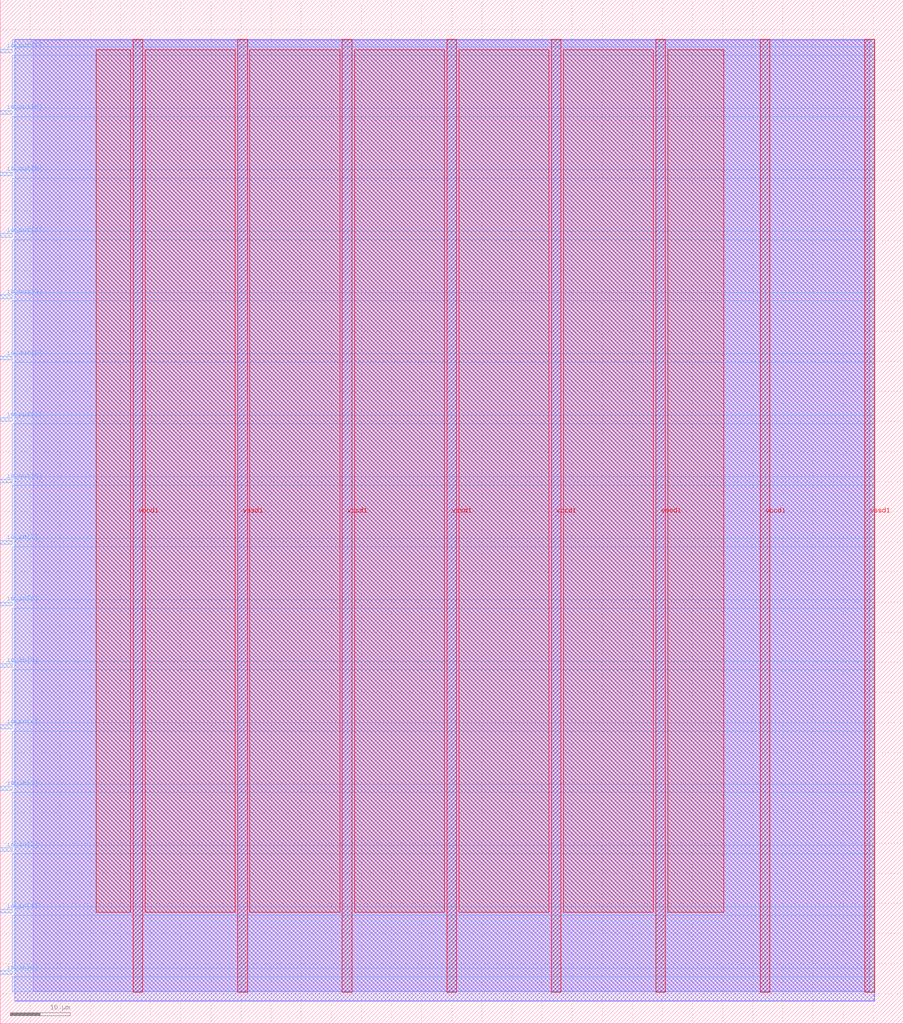
<source format=lef>
VERSION 5.7 ;
  NOWIREEXTENSIONATPIN ON ;
  DIVIDERCHAR "/" ;
  BUSBITCHARS "[]" ;
MACRO prog_melody_gen
  CLASS BLOCK ;
  FOREIGN prog_melody_gen ;
  ORIGIN 0.000 0.000 ;
  SIZE 150.000 BY 170.000 ;
  PIN io_in[0]
    DIRECTION INPUT ;
    USE SIGNAL ;
    PORT
      LAYER met3 ;
        RECT 0.000 8.200 2.000 8.800 ;
    END
  END io_in[0]
  PIN io_in[1]
    DIRECTION INPUT ;
    USE SIGNAL ;
    PORT
      LAYER met3 ;
        RECT 0.000 18.400 2.000 19.000 ;
    END
  END io_in[1]
  PIN io_in[2]
    DIRECTION INPUT ;
    USE SIGNAL ;
    PORT
      LAYER met3 ;
        RECT 0.000 28.600 2.000 29.200 ;
    END
  END io_in[2]
  PIN io_in[3]
    DIRECTION INPUT ;
    USE SIGNAL ;
    PORT
      LAYER met3 ;
        RECT 0.000 38.800 2.000 39.400 ;
    END
  END io_in[3]
  PIN io_in[4]
    DIRECTION INPUT ;
    USE SIGNAL ;
    PORT
      LAYER met3 ;
        RECT 0.000 49.000 2.000 49.600 ;
    END
  END io_in[4]
  PIN io_in[5]
    DIRECTION INPUT ;
    USE SIGNAL ;
    PORT
      LAYER met3 ;
        RECT 0.000 59.200 2.000 59.800 ;
    END
  END io_in[5]
  PIN io_in[6]
    DIRECTION INPUT ;
    USE SIGNAL ;
    PORT
      LAYER met3 ;
        RECT 0.000 69.400 2.000 70.000 ;
    END
  END io_in[6]
  PIN io_in[7]
    DIRECTION INPUT ;
    USE SIGNAL ;
    PORT
      LAYER met3 ;
        RECT 0.000 79.600 2.000 80.200 ;
    END
  END io_in[7]
  PIN io_out[0]
    DIRECTION OUTPUT TRISTATE ;
    USE SIGNAL ;
    PORT
      LAYER met3 ;
        RECT 0.000 89.800 2.000 90.400 ;
    END
  END io_out[0]
  PIN io_out[1]
    DIRECTION OUTPUT TRISTATE ;
    USE SIGNAL ;
    PORT
      LAYER met3 ;
        RECT 0.000 100.000 2.000 100.600 ;
    END
  END io_out[1]
  PIN io_out[2]
    DIRECTION OUTPUT TRISTATE ;
    USE SIGNAL ;
    PORT
      LAYER met3 ;
        RECT 0.000 110.200 2.000 110.800 ;
    END
  END io_out[2]
  PIN io_out[3]
    DIRECTION OUTPUT TRISTATE ;
    USE SIGNAL ;
    PORT
      LAYER met3 ;
        RECT 0.000 120.400 2.000 121.000 ;
    END
  END io_out[3]
  PIN io_out[4]
    DIRECTION OUTPUT TRISTATE ;
    USE SIGNAL ;
    PORT
      LAYER met3 ;
        RECT 0.000 130.600 2.000 131.200 ;
    END
  END io_out[4]
  PIN io_out[5]
    DIRECTION OUTPUT TRISTATE ;
    USE SIGNAL ;
    PORT
      LAYER met3 ;
        RECT 0.000 140.800 2.000 141.400 ;
    END
  END io_out[5]
  PIN io_out[6]
    DIRECTION OUTPUT TRISTATE ;
    USE SIGNAL ;
    PORT
      LAYER met3 ;
        RECT 0.000 151.000 2.000 151.600 ;
    END
  END io_out[6]
  PIN io_out[7]
    DIRECTION OUTPUT TRISTATE ;
    USE SIGNAL ;
    PORT
      LAYER met3 ;
        RECT 0.000 161.200 2.000 161.800 ;
    END
  END io_out[7]
  PIN vccd1
    DIRECTION INOUT ;
    USE POWER ;
    PORT
      LAYER met4 ;
        RECT 22.085 5.200 23.685 163.440 ;
    END
    PORT
      LAYER met4 ;
        RECT 56.815 5.200 58.415 163.440 ;
    END
    PORT
      LAYER met4 ;
        RECT 91.545 5.200 93.145 163.440 ;
    END
    PORT
      LAYER met4 ;
        RECT 126.275 5.200 127.875 163.440 ;
    END
  END vccd1
  PIN vssd1
    DIRECTION INOUT ;
    USE GROUND ;
    PORT
      LAYER met4 ;
        RECT 39.450 5.200 41.050 163.440 ;
    END
    PORT
      LAYER met4 ;
        RECT 74.180 5.200 75.780 163.440 ;
    END
    PORT
      LAYER met4 ;
        RECT 108.910 5.200 110.510 163.440 ;
    END
    PORT
      LAYER met4 ;
        RECT 143.640 5.200 145.240 163.440 ;
    END
  END vssd1
  OBS
      LAYER li1 ;
        RECT 5.520 5.355 144.440 163.285 ;
      LAYER met1 ;
        RECT 2.370 3.780 145.240 163.440 ;
      LAYER met2 ;
        RECT 2.390 3.750 145.210 163.385 ;
      LAYER met3 ;
        RECT 2.000 162.200 145.230 163.365 ;
        RECT 2.400 160.800 145.230 162.200 ;
        RECT 2.000 152.000 145.230 160.800 ;
        RECT 2.400 150.600 145.230 152.000 ;
        RECT 2.000 141.800 145.230 150.600 ;
        RECT 2.400 140.400 145.230 141.800 ;
        RECT 2.000 131.600 145.230 140.400 ;
        RECT 2.400 130.200 145.230 131.600 ;
        RECT 2.000 121.400 145.230 130.200 ;
        RECT 2.400 120.000 145.230 121.400 ;
        RECT 2.000 111.200 145.230 120.000 ;
        RECT 2.400 109.800 145.230 111.200 ;
        RECT 2.000 101.000 145.230 109.800 ;
        RECT 2.400 99.600 145.230 101.000 ;
        RECT 2.000 90.800 145.230 99.600 ;
        RECT 2.400 89.400 145.230 90.800 ;
        RECT 2.000 80.600 145.230 89.400 ;
        RECT 2.400 79.200 145.230 80.600 ;
        RECT 2.000 70.400 145.230 79.200 ;
        RECT 2.400 69.000 145.230 70.400 ;
        RECT 2.000 60.200 145.230 69.000 ;
        RECT 2.400 58.800 145.230 60.200 ;
        RECT 2.000 50.000 145.230 58.800 ;
        RECT 2.400 48.600 145.230 50.000 ;
        RECT 2.000 39.800 145.230 48.600 ;
        RECT 2.400 38.400 145.230 39.800 ;
        RECT 2.000 29.600 145.230 38.400 ;
        RECT 2.400 28.200 145.230 29.600 ;
        RECT 2.000 19.400 145.230 28.200 ;
        RECT 2.400 18.000 145.230 19.400 ;
        RECT 2.000 9.200 145.230 18.000 ;
        RECT 2.400 7.800 145.230 9.200 ;
        RECT 2.000 5.275 145.230 7.800 ;
      LAYER met4 ;
        RECT 15.935 18.535 21.685 161.665 ;
        RECT 24.085 18.535 39.050 161.665 ;
        RECT 41.450 18.535 56.415 161.665 ;
        RECT 58.815 18.535 73.780 161.665 ;
        RECT 76.180 18.535 91.145 161.665 ;
        RECT 93.545 18.535 108.510 161.665 ;
        RECT 110.910 18.535 120.225 161.665 ;
  END
END prog_melody_gen
END LIBRARY


</source>
